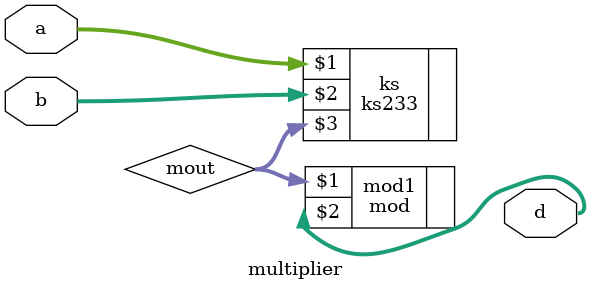
<source format=v>
`ifndef __MUL_V__
`define __MUL_V__

module multiplier(a, b, d);
input wire [232:0] a;
input wire [232:0] b;
output wire [232:0] d;
wire [464:0] mout;

ks233 ks(a, b, mout);
mod   mod1(mout, d);

endmodule
`endif

</source>
